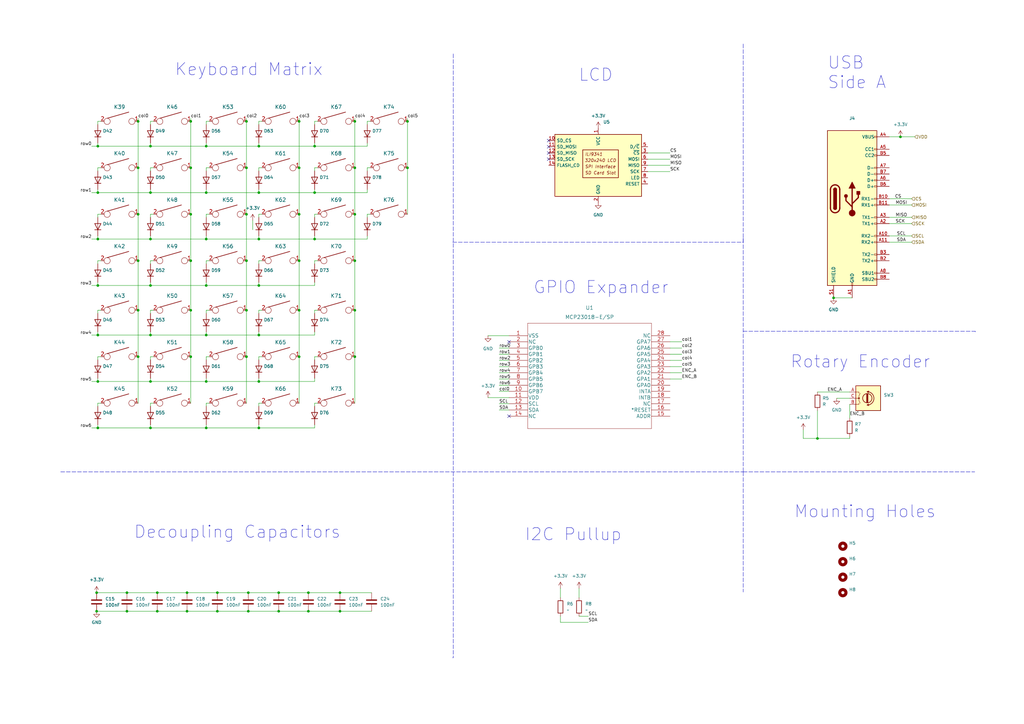
<source format=kicad_sch>
(kicad_sch (version 20211123) (generator eeschema)
  (paper "A3")
  (lib_symbols
    (symbol "Connector:USB_C_Receptacle" (pin_names (offset 1.016))
      (property "Reference" "J" (at -10.16 29.21 0))
      (property "Value" "USB_C_Receptacle" (at 10.16 29.21 0))
      (symbol "USB_C_Receptacle_0_0"
        (rectangle (start -0.254 -35.56) (end 0.254 -34.544))
        (rectangle (start 10.16 -32.766) (end 9.144 -33.274))
        (rectangle (start 10.16 -30.226) (end 9.144 -30.734))
        (rectangle (start 10.16 -25.146) (end 9.144 -25.654))
        (rectangle (start 10.16 -22.606) (end 9.144 -23.114))
        (rectangle (start 10.16 -17.526) (end 9.144 -18.034))
        (rectangle (start 10.16 -14.986) (end 9.144 -15.494))
        (rectangle (start 10.16 -9.906) (end 9.144 -10.414))
        (rectangle (start 10.16 -7.366) (end 9.144 -7.874))
        (rectangle (start 10.16 -2.286) (end 9.144 -2.794))
        (rectangle (start 10.16 0.254) (end 9.144 -0.254))
        (rectangle (start 10.16 5.334) (end 9.144 4.826))
        (rectangle (start 10.16 7.874) (end 9.144 7.366))
        (rectangle (start 10.16 10.414) (end 9.144 9.906))
        (rectangle (start 10.16 12.954) (end 9.144 12.446))
        (rectangle (start 10.16 18.034) (end 9.144 17.526))
        (rectangle (start 10.16 20.574) (end 9.144 20.066))
        (rectangle (start 10.16 25.654) (end 9.144 25.146))
      )
      (symbol "USB_C_Receptacle_0_1"
        (rectangle (start -10.16 27.94) (end 10.16 -35.56) (stroke (width 0.254)) (fill (type background)))
        (arc (start -8.89 -3.81) (mid -6.985 -5.715) (end -5.08 -3.81) (stroke (width 0.508)))
        (arc (start -7.62 -3.81) (mid -6.985 -4.445) (end -6.35 -3.81) (stroke (width 0.254)))
        (arc (start -7.62 -3.81) (mid -6.985 -4.445) (end -6.35 -3.81) (stroke (width 0.254)) (fill (type outline)))
        (rectangle (start -7.62 -3.81) (end -6.35 3.81) (stroke (width 0.254)) (fill (type outline)))
        (arc (start -6.35 3.81) (mid -6.985 4.445) (end -7.62 3.81) (stroke (width 0.254)))
        (arc (start -6.35 3.81) (mid -6.985 4.445) (end -7.62 3.81) (stroke (width 0.254)) (fill (type outline)))
        (arc (start -5.08 3.81) (mid -6.985 5.715) (end -8.89 3.81) (stroke (width 0.508)))
        (polyline (pts (xy -8.89 -3.81) (xy -8.89 3.81)) (stroke (width 0.508)))
        (polyline (pts (xy -5.08 3.81) (xy -5.08 -3.81)) (stroke (width 0.508)))
      )
      (symbol "USB_C_Receptacle_1_1"
        (circle (center -2.54 1.143) (radius 0.635) (stroke (width 0.254)) (fill (type outline)))
        (circle (center 0 -5.842) (radius 1.27) (fill (type outline)))
        (polyline (pts (xy 0 -5.842) (xy 0 4.318)) (stroke (width 0.508)))
        (polyline (pts (xy 0 -3.302) (xy -2.54 -0.762) (xy -2.54 0.508)) (stroke (width 0.508)))
        (polyline (pts (xy 0 -2.032) (xy 2.54 0.508) (xy 2.54 1.778)) (stroke (width 0.508)))
        (polyline (pts (xy -1.27 4.318) (xy 0 6.858) (xy 1.27 4.318) (xy -1.27 4.318)) (stroke (width 0.254)) (fill (type outline)))
        (rectangle (start 1.905 1.778) (end 3.175 3.048) (stroke (width 0.254)) (fill (type outline)))
        (pin passive line (at 0 -40.64 90) (length 5.08) (name "GND") (number "A1"))
        (pin bidirectional line (at 15.24 -15.24 180) (length 5.08) (name "RX2-") (number "A10"))
        (pin bidirectional line (at 15.24 -17.78 180) (length 5.08) (name "RX2+") (number "A11"))
        (pin passive line (at 0 -40.64 90) (length 5.08) hide (name "GND") (number "A12"))
        (pin bidirectional line (at 15.24 -10.16 180) (length 5.08) (name "TX1+") (number "A2"))
        (pin bidirectional line (at 15.24 -7.62 180) (length 5.08) (name "TX1-") (number "A3"))
        (pin passive line (at 15.24 25.4 180) (length 5.08) (name "VBUS") (number "A4"))
        (pin bidirectional line (at 15.24 20.32 180) (length 5.08) (name "CC1") (number "A5"))
        (pin bidirectional line (at 15.24 7.62 180) (length 5.08) (name "D+") (number "A6"))
        (pin bidirectional line (at 15.24 12.7 180) (length 5.08) (name "D-") (number "A7"))
        (pin bidirectional line (at 15.24 -30.48 180) (length 5.08) (name "SBU1") (number "A8"))
        (pin passive line (at 15.24 25.4 180) (length 5.08) hide (name "VBUS") (number "A9"))
        (pin passive line (at 0 -40.64 90) (length 5.08) hide (name "GND") (number "B1"))
        (pin bidirectional line (at 15.24 0 180) (length 5.08) (name "RX1-") (number "B10"))
        (pin bidirectional line (at 15.24 -2.54 180) (length 5.08) (name "RX1+") (number "B11"))
        (pin passive line (at 0 -40.64 90) (length 5.08) hide (name "GND") (number "B12"))
        (pin bidirectional line (at 15.24 -25.4 180) (length 5.08) (name "TX2+") (number "B2"))
        (pin bidirectional line (at 15.24 -22.86 180) (length 5.08) (name "TX2-") (number "B3"))
        (pin passive line (at 15.24 25.4 180) (length 5.08) hide (name "VBUS") (number "B4"))
        (pin bidirectional line (at 15.24 17.78 180) (length 5.08) (name "CC2") (number "B5"))
        (pin bidirectional line (at 15.24 5.08 180) (length 5.08) (name "D+") (number "B6"))
        (pin bidirectional line (at 15.24 10.16 180) (length 5.08) (name "D-") (number "B7"))
        (pin bidirectional line (at 15.24 -33.02 180) (length 5.08) (name "SBU2") (number "B8"))
        (pin passive line (at 15.24 25.4 180) (length 5.08) hide (name "VBUS") (number "B9"))
        (pin passive line (at -7.62 -40.64 90) (length 5.08) (name "SHIELD") (number "S1"))
      )
    )
    (symbol "Device:C" (pin_numbers hide) (pin_names (offset 0.254))
      (property "Reference" "C" (at 0.635 2.54 0))
      (property "Value" "C" (at 0.635 -2.54 0))
      (symbol "C_0_1"
        (polyline (pts (xy -2.032 -0.762) (xy 2.032 -0.762)) (stroke (width 0.508)))
        (polyline (pts (xy -2.032 0.762) (xy 2.032 0.762)) (stroke (width 0.508)))
      )
      (symbol "C_1_1"
        (pin passive line (at 0 3.81 270) (length 2.794) (name "~") (number "1"))
        (pin passive line (at 0 -3.81 90) (length 2.794) (name "~") (number "2"))
      )
    )
    (symbol "Device:R" (pin_numbers hide) (pin_names (offset 0))
      (property "Reference" "R" (at 2.032 0 90))
      (property "Value" "R" (at 0 0 90))
      (symbol "R_0_1"
        (rectangle (start -1.016 -2.54) (end 1.016 2.54) (stroke (width 0.254)))
      )
      (symbol "R_1_1"
        (pin passive line (at 0 3.81 270) (length 1.27) (name "~") (number "1"))
        (pin passive line (at 0 -3.81 90) (length 1.27) (name "~") (number "2"))
      )
    )
    (symbol "Device:RotaryEncoder" (pin_names (offset 0.254) hide)
      (property "Reference" "SW" (at 0 6.604 0))
      (property "Value" "RotaryEncoder" (at 0 -6.604 0))
      (symbol "RotaryEncoder_0_1"
        (rectangle (start -5.08 5.08) (end 5.08 -5.08) (stroke (width 0.254)) (fill (type background)))
        (circle (center -3.81 0) (radius 0.254) (fill (type outline)))
        (arc (start -0.381 -2.794) (mid 2.3622 -0.0508) (end -0.381 2.667) (stroke (width 0.254)))
        (circle (center -0.381 0) (radius 1.905) (stroke (width 0.254)))
        (polyline (pts (xy -0.635 -1.778) (xy -0.635 1.778)) (stroke (width 0.254)))
        (polyline (pts (xy -0.381 -1.778) (xy -0.381 1.778)) (stroke (width 0.254)))
        (polyline (pts (xy -0.127 1.778) (xy -0.127 -1.778)) (stroke (width 0.254)))
        (polyline (pts (xy -5.08 -2.54) (xy -3.81 -2.54) (xy -3.81 -2.032)))
        (polyline (pts (xy -5.08 2.54) (xy -3.81 2.54) (xy -3.81 2.032)))
        (polyline (pts (xy 0.254 -3.048) (xy -0.508 -2.794) (xy 0.127 -2.413)) (stroke (width 0.254)))
        (polyline (pts (xy 0.254 2.921) (xy -0.508 2.667) (xy 0.127 2.286)) (stroke (width 0.254)))
        (polyline (pts (xy -5.08 0) (xy -3.81 0) (xy -3.81 -1.016) (xy -3.302 -2.032)))
        (polyline (pts (xy -4.318 0) (xy -3.81 0) (xy -3.81 1.016) (xy -3.302 2.032)))
      )
      (symbol "RotaryEncoder_1_1"
        (pin passive line (at -7.62 2.54 0) (length 2.54) (name "A") (number "A"))
        (pin passive line (at -7.62 -2.54 0) (length 2.54) (name "B") (number "B"))
        (pin passive line (at -7.62 0 0) (length 2.54) (name "C") (number "C"))
      )
    )
    (symbol "Driver_Display:CR2013-MI2120" (pin_names (offset 0.762))
      (property "Reference" "U" (at -17.526 13.97 0))
      (property "Value" "CR2013-MI2120" (at 1.905 13.97 0))
      (symbol "CR2013-MI2120_0_0"
        (text "320x240 LCD" (at 0.889 2.032 0) (effects (font (size 1.27 1.27) italic)))
        (text "ILI9341" (at -5.461 4.572 0) (effects (font (size 1.27 1.27) italic) (justify left)))
        (text "SD Card Slot" (at -5.461 -3.048 0) (effects (font (size 1.27 1.27) italic) (justify left)))
        (text "SPI Interface" (at -5.461 -0.508 0) (effects (font (size 1.27 1.27) italic) (justify left)))
      )
      (symbol "CR2013-MI2120_0_1"
        (rectangle (start -17.78 12.7) (end 17.78 -12.7) (stroke (width 0.254)) (fill (type background)))
        (rectangle (start -6.35 6.35) (end 8.255 -5.08) (stroke (width 0.254)))
      )
      (symbol "CR2013-MI2120_1_1"
        (pin power_in line (at 0 15.24 270) (length 2.54) (name "VCC") (number "1"))
        (pin input line (at -20.32 10.16 0) (length 2.54) (name "SD_CS") (number "10"))
        (pin input line (at -20.32 7.62 0) (length 2.54) (name "SD_MOSI") (number "11"))
        (pin output line (at -20.32 5.08 0) (length 2.54) (name "SD_MISO") (number "12"))
        (pin input line (at -20.32 2.54 0) (length 2.54) (name "SD_SCK") (number "13"))
        (pin input line (at -20.32 0 0) (length 2.54) (name "FLASH_CD") (number "14"))
        (pin power_in line (at 0 -15.24 90) (length 2.54) (name "GND") (number "2"))
        (pin input line (at 20.32 5.08 180) (length 2.54) (name "~{CS}") (number "3"))
        (pin input line (at 20.32 -7.62 180) (length 2.54) (name "RESET") (number "4"))
        (pin input line (at 20.32 7.62 180) (length 2.54) (name "D/~{C}") (number "5"))
        (pin input line (at 20.32 2.54 180) (length 2.54) (name "MOSI") (number "6"))
        (pin input line (at 20.32 -2.54 180) (length 2.54) (name "SCK") (number "7"))
        (pin input line (at 20.32 -5.08 180) (length 2.54) (name "LED") (number "8"))
        (pin output line (at 20.32 0 180) (length 2.54) (name "MISO") (number "9"))
      )
    )
    (symbol "Interface_Expansion:MCP23018-E{brace}slash}SP" (pin_names (offset 0.254))
      (property "Reference" "U" (at 33.02 10.16 0))
      (property "Value" "MCP23018-E{brace}slash}SP" (at 33.02 7.62 0))
      (symbol "MCP23018-E{brace}slash}SP_1_1"
        (polyline (pts (xy 7.62 -38.1) (xy 58.42 -38.1)) (stroke (width 0.127)))
        (polyline (pts (xy 7.62 5.08) (xy 7.62 -38.1)) (stroke (width 0.127)))
        (polyline (pts (xy 58.42 -38.1) (xy 58.42 5.08)) (stroke (width 0.127)))
        (polyline (pts (xy 58.42 5.08) (xy 7.62 5.08)) (stroke (width 0.127)))
        (pin unspecified line (at 0 0 0) (length 7.62) (name "VSS") (number "1"))
        (pin unspecified line (at 0 -22.86 0) (length 7.62) (name "GPB7") (number "10"))
        (pin unspecified line (at 0 -25.4 0) (length 7.62) (name "VDD") (number "11"))
        (pin unspecified line (at 0 -27.94 0) (length 7.62) (name "SCL") (number "12"))
        (pin unspecified line (at 0 -30.48 0) (length 7.62) (name "SDA") (number "13"))
        (pin unspecified line (at 0 -33.02 0) (length 7.62) (name "NC") (number "14"))
        (pin unspecified line (at 66.04 -33.02 180) (length 7.62) (name "ADDR") (number "15"))
        (pin unspecified line (at 66.04 -30.48 180) (length 7.62) (name "*RESET") (number "16"))
        (pin unspecified line (at 66.04 -27.94 180) (length 7.62) (name "NC") (number "17"))
        (pin unspecified line (at 66.04 -25.4 180) (length 7.62) (name "INTB") (number "18"))
        (pin unspecified line (at 66.04 -22.86 180) (length 7.62) (name "INTA") (number "19"))
        (pin unspecified line (at 0 -2.54 0) (length 7.62) (name "NC") (number "2"))
        (pin unspecified line (at 66.04 -20.32 180) (length 7.62) (name "GPA0") (number "20"))
        (pin unspecified line (at 66.04 -17.78 180) (length 7.62) (name "GPA1") (number "21"))
        (pin unspecified line (at 66.04 -15.24 180) (length 7.62) (name "GPA2") (number "22"))
        (pin unspecified line (at 66.04 -12.7 180) (length 7.62) (name "GPA3") (number "23"))
        (pin unspecified line (at 66.04 -10.16 180) (length 7.62) (name "GPA4") (number "24"))
        (pin unspecified line (at 66.04 -7.62 180) (length 7.62) (name "GPA5") (number "25"))
        (pin unspecified line (at 66.04 -5.08 180) (length 7.62) (name "GPA6") (number "26"))
        (pin unspecified line (at 66.04 -2.54 180) (length 7.62) (name "GPA7") (number "27"))
        (pin unspecified line (at 66.04 0 180) (length 7.62) (name "NC") (number "28"))
        (pin unspecified line (at 0 -5.08 0) (length 7.62) (name "GPB0") (number "3"))
        (pin unspecified line (at 0 -7.62 0) (length 7.62) (name "GPB1") (number "4"))
        (pin unspecified line (at 0 -10.16 0) (length 7.62) (name "GPB2") (number "5"))
        (pin unspecified line (at 0 -12.7 0) (length 7.62) (name "GPB3") (number "6"))
        (pin unspecified line (at 0 -15.24 0) (length 7.62) (name "GPB4") (number "7"))
        (pin unspecified line (at 0 -17.78 0) (length 7.62) (name "GPB5") (number "8"))
        (pin unspecified line (at 0 -20.32 0) (length 7.62) (name "GPB6") (number "9"))
      )
    )
    (symbol "KBT1-rescue:D-Device" (pin_numbers hide) (pin_names (offset 1.016) hide)
      (property "Reference" "D" (at 0 2.54 0))
      (property "Value" "D-Device" (at 0 -2.54 0))
      (symbol "D-Device_0_1"
        (polyline (pts (xy -1.27 1.27) (xy -1.27 -1.27)) (stroke (width 0.254)))
        (polyline (pts (xy 1.27 0) (xy -1.27 0)))
        (polyline (pts (xy 1.27 1.27) (xy 1.27 -1.27) (xy -1.27 0) (xy 1.27 1.27)) (stroke (width 0.254)))
      )
      (symbol "D-Device_1_1"
        (pin passive line (at -3.81 0 0) (length 2.54) (name "K") (number "1"))
        (pin passive line (at 3.81 0 180) (length 2.54) (name "A") (number "2"))
      )
    )
    (symbol "KBT1-rescue:KEYSW-keyboard_parts" (pin_names (offset 1.016))
      (property "Reference" "K?" (at -1.27 0 0))
      (symbol "KEYSW-keyboard_parts_0_1"
        (circle (center -5.08 0) (radius 1.27))
        (polyline (pts (xy -5.08 1.27) (xy 3.81 3.81)) (stroke (width 0.254)))
        (circle (center 5.08 0) (radius 1.27))
      )
      (symbol "KEYSW-keyboard_parts_1_1"
        (pin passive line (at 7.62 0 180) (length 1.27) (name "~") (number "1"))
        (pin passive line (at -7.62 0 0) (length 1.27) (name "~") (number "2"))
      )
    )
    (symbol "Mechanical:MountingHole" (pin_names (offset 1.016))
      (property "Reference" "H" (at 0 5.08 0))
      (property "Value" "MountingHole" (at 0 3.175 0))
      (symbol "MountingHole_0_1"
        (circle (center 0 0) (radius 1.27) (stroke (width 1.27)))
      )
    )
    (symbol "power:+3.3V" (power) (pin_names (offset 0))
      (property "Value" "+3.3V" (at 0 3.556 0))
      (symbol "+3.3V_0_1"
        (polyline (pts (xy -0.762 1.27) (xy 0 2.54)))
        (polyline (pts (xy 0 0) (xy 0 2.54)))
        (polyline (pts (xy 0 2.54) (xy 0.762 1.27)))
      )
      (symbol "+3.3V_1_1"
        (pin power_in line (at 0 0 90) (length 0) hide (name "+3.3V") (number "1"))
      )
    )
    (symbol "power:GND" (power) (pin_names (offset 0))
      (property "Value" "GND" (at 0 -3.81 0))
      (symbol "GND_0_1"
        (polyline (pts (xy 0 0) (xy 0 -1.27) (xy 1.27 -1.27) (xy 0 -2.54) (xy -1.27 -1.27) (xy 0 -1.27)))
      )
      (symbol "GND_1_1"
        (pin power_in line (at 0 0 270) (length 0) hide (name "GND") (number "1"))
      )
    )
  )
  (junction (at 52.07 243.078))
  (junction (at 101.092 68.834))
  (junction (at 106.172 78.994))
  (junction (at 126.492 250.698))
  (junction (at 61.722 156.464))
  (junction (at 40.132 175.514))
  (junction (at 78.232 106.934))
  (junction (at 145.542 146.304))
  (junction (at 122.682 106.934))
  (junction (at 101.092 146.304))
  (junction (at 84.582 98.044))
  (junction (at 101.092 127.254))
  (junction (at 114.3 250.698))
  (junction (at 61.722 78.994))
  (junction (at 40.132 59.944))
  (junction (at 129.032 78.994))
  (junction (at 61.722 117.094))
  (junction (at 61.722 175.514))
  (junction (at 84.582 137.414))
  (junction (at 84.582 156.464))
  (junction (at 76.708 243.078))
  (junction (at 126.492 243.078))
  (junction (at 78.232 127.254))
  (junction (at 101.854 243.078))
  (junction (at 56.642 68.834))
  (junction (at 39.624 250.698))
  (junction (at 114.3 243.078))
  (junction (at 139.446 243.078))
  (junction (at 56.642 49.784))
  (junction (at 341.884 122.174))
  (junction (at 106.172 117.094))
  (junction (at 129.032 59.944))
  (junction (at 122.682 49.784))
  (junction (at 56.642 87.884))
  (junction (at 101.092 106.934))
  (junction (at 122.682 68.834))
  (junction (at 84.582 59.944))
  (junction (at 101.092 49.784))
  (junction (at 145.542 49.784))
  (junction (at 78.232 68.834))
  (junction (at 84.582 117.094))
  (junction (at 369.316 56.134))
  (junction (at 106.172 59.944))
  (junction (at 84.582 78.994))
  (junction (at 106.172 98.044))
  (junction (at 56.642 106.934))
  (junction (at 64.516 250.698))
  (junction (at 76.708 250.698))
  (junction (at 145.542 87.884))
  (junction (at 139.446 250.698))
  (junction (at 40.132 117.094))
  (junction (at 40.132 137.414))
  (junction (at 335.28 179.832))
  (junction (at 106.172 156.464))
  (junction (at 167.132 49.784))
  (junction (at 145.542 68.834))
  (junction (at 145.542 127.254))
  (junction (at 61.722 59.944))
  (junction (at 40.132 156.464))
  (junction (at 106.172 137.414))
  (junction (at 167.132 68.834))
  (junction (at 106.172 175.514))
  (junction (at 61.722 98.044))
  (junction (at 122.682 127.254))
  (junction (at 78.232 87.884))
  (junction (at 101.854 250.698))
  (junction (at 89.154 250.698))
  (junction (at 129.032 98.044))
  (junction (at 78.232 49.784))
  (junction (at 61.722 137.414))
  (junction (at 122.682 146.304))
  (junction (at 101.092 87.884))
  (junction (at 145.542 106.934))
  (junction (at 84.582 175.514))
  (junction (at 78.232 146.304))
  (junction (at 64.516 243.078))
  (junction (at 40.132 98.044))
  (junction (at 40.132 78.994))
  (junction (at 39.624 243.078))
  (junction (at 56.642 127.254))
  (junction (at 56.642 146.304))
  (junction (at 52.07 250.698))
  (junction (at 89.154 243.078))
  (junction (at 122.682 87.884))
  (no_connect (at 225.044 62.738))
  (no_connect (at 225.044 65.278))
  (no_connect (at 225.044 57.658))
  (no_connect (at 225.044 60.198))
  (no_connect (at 208.788 140.208))
  (no_connect (at 208.788 170.688))
  (wire (pts (xy 41.402 49.784) (xy 40.132 49.784)))
  (wire (pts (xy 106.172 106.934) (xy 106.172 108.204)))
  (wire (pts (xy 61.722 117.094) (xy 84.582 117.094)))
  (wire (pts (xy 129.032 146.304) (xy 129.032 147.574)))
  (wire (pts (xy 40.132 156.464) (xy 37.592 156.464)))
  (wire (pts (xy 145.542 106.934) (xy 145.542 127.254)))
  (polyline (pts (xy 185.674 99.314) (xy 304.8 99.314)))
  (wire (pts (xy 61.722 96.774) (xy 61.722 98.044)))
  (wire (pts (xy 237.49 252.73) (xy 241.3 252.73)))
  (wire (pts (xy 335.28 179.832) (xy 329.438 179.832)))
  (wire (pts (xy 129.032 49.784) (xy 129.032 51.054)))
  (wire (pts (xy 204.724 168.148) (xy 208.788 168.148)))
  (wire (pts (xy 40.132 106.934) (xy 40.132 108.204)))
  (wire (pts (xy 40.132 77.724) (xy 40.132 78.994)))
  (wire (pts (xy 85.852 127.254) (xy 84.582 127.254)))
  (wire (pts (xy 85.852 87.884) (xy 84.582 87.884)))
  (wire (pts (xy 40.132 137.414) (xy 61.722 137.414)))
  (wire (pts (xy 61.722 49.784) (xy 61.722 51.054)))
  (wire (pts (xy 56.642 127.254) (xy 56.642 146.304)))
  (wire (pts (xy 106.172 68.834) (xy 106.172 70.104)))
  (polyline (pts (xy 24.892 193.548) (xy 304.8 193.548)))
  (wire (pts (xy 101.854 250.698) (xy 114.3 250.698)))
  (wire (pts (xy 56.642 68.834) (xy 56.642 87.884)))
  (wire (pts (xy 348.488 179.832) (xy 348.488 179.07)))
  (wire (pts (xy 106.172 137.414) (xy 129.032 137.414)))
  (polyline (pts (xy 185.928 22.098) (xy 185.928 269.748)))
  (wire (pts (xy 84.582 59.944) (xy 106.172 59.944)))
  (wire (pts (xy 130.302 165.354) (xy 129.032 165.354)))
  (wire (pts (xy 106.172 174.244) (xy 106.172 175.514)))
  (wire (pts (xy 39.624 243.078) (xy 52.07 243.078)))
  (wire (pts (xy 114.3 243.078) (xy 126.492 243.078)))
  (wire (pts (xy 106.172 117.094) (xy 129.032 117.094)))
  (wire (pts (xy 40.132 115.824) (xy 40.132 117.094)))
  (wire (pts (xy 122.682 146.304) (xy 122.682 165.354)))
  (wire (pts (xy 78.232 48.514) (xy 78.232 49.784)))
  (wire (pts (xy 348.488 171.45) (xy 348.488 165.862)))
  (wire (pts (xy 151.892 49.784) (xy 150.622 49.784)))
  (polyline (pts (xy 304.8 99.314) (xy 304.8 97.536)))
  (wire (pts (xy 101.092 146.304) (xy 101.092 165.354)))
  (wire (pts (xy 84.582 58.674) (xy 84.582 59.944)))
  (wire (pts (xy 204.724 160.528) (xy 208.788 160.528)))
  (wire (pts (xy 40.132 165.354) (xy 40.132 166.624)))
  (wire (pts (xy 40.132 175.514) (xy 61.722 175.514)))
  (wire (pts (xy 78.232 146.304) (xy 78.232 165.354)))
  (wire (pts (xy 130.302 87.884) (xy 129.032 87.884)))
  (wire (pts (xy 348.488 179.832) (xy 335.28 179.832)))
  (wire (pts (xy 84.582 175.514) (xy 106.172 175.514)))
  (wire (pts (xy 61.722 59.944) (xy 84.582 59.944)))
  (wire (pts (xy 106.172 127.254) (xy 106.172 128.524)))
  (wire (pts (xy 130.302 49.784) (xy 129.032 49.784)))
  (wire (pts (xy 106.172 78.994) (xy 129.032 78.994)))
  (wire (pts (xy 129.032 77.724) (xy 129.032 78.994)))
  (wire (pts (xy 274.828 67.818) (xy 265.684 67.818)))
  (wire (pts (xy 106.172 136.144) (xy 106.172 137.414)))
  (wire (pts (xy 229.87 241.3) (xy 229.87 245.11)))
  (wire (pts (xy 89.154 250.698) (xy 101.854 250.698)))
  (wire (pts (xy 139.446 243.078) (xy 152.4 243.078)))
  (wire (pts (xy 85.852 106.934) (xy 84.582 106.934)))
  (wire (pts (xy 56.642 106.934) (xy 56.642 127.254)))
  (wire (pts (xy 62.992 165.354) (xy 61.722 165.354)))
  (wire (pts (xy 40.132 136.144) (xy 40.132 137.414)))
  (wire (pts (xy 40.132 156.464) (xy 61.722 156.464)))
  (wire (pts (xy 106.172 98.044) (xy 129.032 98.044)))
  (wire (pts (xy 61.722 156.464) (xy 84.582 156.464)))
  (wire (pts (xy 61.722 174.244) (xy 61.722 175.514)))
  (wire (pts (xy 85.852 49.784) (xy 84.582 49.784)))
  (wire (pts (xy 84.582 106.934) (xy 84.582 108.204)))
  (wire (pts (xy 106.172 59.944) (xy 129.032 59.944)))
  (wire (pts (xy 101.092 87.884) (xy 101.092 106.934)))
  (wire (pts (xy 237.49 241.3) (xy 237.49 245.11)))
  (wire (pts (xy 129.032 115.824) (xy 129.032 117.094)))
  (wire (pts (xy 41.402 106.934) (xy 40.132 106.934)))
  (wire (pts (xy 129.032 127.254) (xy 129.032 128.524)))
  (wire (pts (xy 40.132 59.944) (xy 61.722 59.944)))
  (wire (pts (xy 204.724 145.288) (xy 208.788 145.288)))
  (wire (pts (xy 122.682 49.784) (xy 122.682 68.834)))
  (wire (pts (xy 130.302 68.834) (xy 129.032 68.834)))
  (wire (pts (xy 61.722 87.884) (xy 61.722 89.154)))
  (wire (pts (xy 106.172 58.674) (xy 106.172 59.944)))
  (wire (pts (xy 106.172 96.774) (xy 106.172 98.044)))
  (wire (pts (xy 107.442 127.254) (xy 106.172 127.254)))
  (wire (pts (xy 61.722 146.304) (xy 61.722 147.574)))
  (wire (pts (xy 204.724 150.368) (xy 208.788 150.368)))
  (wire (pts (xy 229.87 252.73) (xy 229.87 255.27)))
  (wire (pts (xy 61.722 106.934) (xy 61.722 108.204)))
  (wire (pts (xy 106.172 156.464) (xy 129.032 156.464)))
  (wire (pts (xy 129.032 155.194) (xy 129.032 156.464)))
  (wire (pts (xy 329.438 176.276) (xy 329.438 179.832)))
  (wire (pts (xy 101.092 127.254) (xy 101.092 146.304)))
  (wire (pts (xy 373.888 81.534) (xy 364.744 81.534)))
  (wire (pts (xy 41.402 146.304) (xy 40.132 146.304)))
  (wire (pts (xy 126.492 243.078) (xy 139.446 243.078)))
  (wire (pts (xy 130.302 106.934) (xy 129.032 106.934)))
  (wire (pts (xy 84.582 117.094) (xy 106.172 117.094)))
  (wire (pts (xy 364.744 56.134) (xy 369.316 56.134)))
  (wire (pts (xy 40.132 87.884) (xy 40.132 89.154)))
  (wire (pts (xy 61.722 115.824) (xy 61.722 117.094)))
  (wire (pts (xy 151.892 87.884) (xy 150.622 87.884)))
  (wire (pts (xy 129.032 87.884) (xy 129.032 89.154)))
  (wire (pts (xy 84.582 165.354) (xy 84.582 166.624)))
  (wire (pts (xy 274.828 70.358) (xy 265.684 70.358)))
  (wire (pts (xy 122.682 127.254) (xy 122.682 146.304)))
  (wire (pts (xy 150.622 96.774) (xy 150.622 98.044)))
  (wire (pts (xy 373.888 96.774) (xy 364.744 96.774)))
  (wire (pts (xy 39.624 250.698) (xy 52.07 250.698)))
  (polyline (pts (xy 400.05 135.89) (xy 400.05 136.144)))
  (wire (pts (xy 84.582 155.194) (xy 84.582 156.464)))
  (wire (pts (xy 274.828 62.738) (xy 265.684 62.738)))
  (wire (pts (xy 85.852 146.304) (xy 84.582 146.304)))
  (wire (pts (xy 101.092 106.934) (xy 101.092 127.254)))
  (wire (pts (xy 76.708 250.698) (xy 89.154 250.698)))
  (wire (pts (xy 101.092 68.834) (xy 101.092 87.884)))
  (wire (pts (xy 40.132 117.094) (xy 37.592 117.094)))
  (wire (pts (xy 41.402 165.354) (xy 40.132 165.354)))
  (wire (pts (xy 279.654 140.208) (xy 274.828 140.208)))
  (wire (pts (xy 335.28 168.402) (xy 335.28 179.832)))
  (wire (pts (xy 61.722 78.994) (xy 84.582 78.994)))
  (wire (pts (xy 341.884 122.174) (xy 349.504 122.174)))
  (wire (pts (xy 167.132 49.784) (xy 167.132 68.834)))
  (wire (pts (xy 62.992 106.934) (xy 61.722 106.934)))
  (wire (pts (xy 129.032 106.934) (xy 129.032 108.204)))
  (wire (pts (xy 84.582 78.994) (xy 106.172 78.994)))
  (wire (pts (xy 130.302 146.304) (xy 129.032 146.304)))
  (wire (pts (xy 78.232 87.884) (xy 78.232 106.934)))
  (wire (pts (xy 61.722 175.514) (xy 84.582 175.514)))
  (wire (pts (xy 107.442 165.354) (xy 106.172 165.354)))
  (wire (pts (xy 84.582 98.044) (xy 106.172 98.044)))
  (wire (pts (xy 78.232 127.254) (xy 78.232 146.304)))
  (polyline (pts (xy 185.674 269.748) (xy 185.928 269.748)))
  (wire (pts (xy 279.654 155.448) (xy 274.828 155.448)))
  (wire (pts (xy 84.582 146.304) (xy 84.582 147.574)))
  (wire (pts (xy 204.724 152.908) (xy 208.788 152.908)))
  (wire (pts (xy 61.722 98.044) (xy 84.582 98.044)))
  (wire (pts (xy 84.582 174.244) (xy 84.582 175.514)))
  (wire (pts (xy 40.132 174.244) (xy 40.132 175.514)))
  (wire (pts (xy 279.654 145.288) (xy 274.828 145.288)))
  (wire (pts (xy 62.992 127.254) (xy 61.722 127.254)))
  (wire (pts (xy 279.654 150.368) (xy 274.828 150.368)))
  (polyline (pts (xy 304.8 193.548) (xy 304.8 242.824)))
  (wire (pts (xy 78.232 106.934) (xy 78.232 127.254)))
  (wire (pts (xy 106.172 146.304) (xy 106.172 147.574)))
  (wire (pts (xy 114.3 250.698) (xy 126.492 250.698)))
  (wire (pts (xy 279.654 142.748) (xy 274.828 142.748)))
  (wire (pts (xy 129.032 68.834) (xy 129.032 70.104)))
  (wire (pts (xy 61.722 127.254) (xy 61.722 128.524)))
  (wire (pts (xy 373.888 89.154) (xy 364.744 89.154)))
  (wire (pts (xy 40.132 49.784) (xy 40.132 51.054)))
  (wire (pts (xy 150.622 49.784) (xy 150.622 51.054)))
  (wire (pts (xy 56.642 87.884) (xy 56.642 106.934)))
  (wire (pts (xy 40.132 137.414) (xy 37.592 137.414)))
  (wire (pts (xy 84.582 77.724) (xy 84.582 78.994)))
  (wire (pts (xy 167.132 68.834) (xy 167.132 87.884)))
  (wire (pts (xy 61.722 77.724) (xy 61.722 78.994)))
  (wire (pts (xy 145.542 48.514) (xy 145.542 49.784)))
  (wire (pts (xy 41.402 127.254) (xy 40.132 127.254)))
  (wire (pts (xy 129.032 59.944) (xy 150.622 59.944)))
  (wire (pts (xy 274.828 65.278) (xy 265.684 65.278)))
  (wire (pts (xy 150.622 68.834) (xy 150.622 70.104)))
  (wire (pts (xy 279.654 147.828) (xy 274.828 147.828)))
  (polyline (pts (xy 304.8 193.548) (xy 399.796 193.548)))
  (wire (pts (xy 106.172 155.194) (xy 106.172 156.464)))
  (wire (pts (xy 229.87 255.27) (xy 241.3 255.27)))
  (wire (pts (xy 130.302 127.254) (xy 129.032 127.254)))
  (wire (pts (xy 41.402 68.834) (xy 40.132 68.834)))
  (wire (pts (xy 56.642 49.784) (xy 56.642 68.834)))
  (wire (pts (xy 40.132 98.044) (xy 61.722 98.044)))
  (wire (pts (xy 106.172 175.514) (xy 129.032 175.514)))
  (wire (pts (xy 40.132 59.944) (xy 37.592 59.944)))
  (wire (pts (xy 129.032 174.244) (xy 129.032 175.514)))
  (wire (pts (xy 61.722 136.144) (xy 61.722 137.414)))
  (wire (pts (xy 373.888 99.314) (xy 364.744 99.314)))
  (wire (pts (xy 62.992 68.834) (xy 61.722 68.834)))
  (wire (pts (xy 40.132 78.994) (xy 37.592 78.994)))
  (wire (pts (xy 200.152 163.068) (xy 208.788 163.068)))
  (wire (pts (xy 204.724 142.748) (xy 208.788 142.748)))
  (wire (pts (xy 200.152 137.668) (xy 208.788 137.668)))
  (wire (pts (xy 40.132 96.774) (xy 40.132 98.044)))
  (wire (pts (xy 84.582 96.774) (xy 84.582 98.044)))
  (wire (pts (xy 107.442 146.304) (xy 106.172 146.304)))
  (wire (pts (xy 40.132 155.194) (xy 40.132 156.464)))
  (wire (pts (xy 84.582 127.254) (xy 84.582 128.524)))
  (wire (pts (xy 343.154 163.322) (xy 348.488 163.322)))
  (wire (pts (xy 62.992 146.304) (xy 61.722 146.304)))
  (wire (pts (xy 52.07 250.698) (xy 64.516 250.698)))
  (wire (pts (xy 150.622 77.724) (xy 150.622 78.994)))
  (wire (pts (xy 145.542 68.834) (xy 145.542 87.884)))
  (wire (pts (xy 40.132 98.044) (xy 37.592 98.044)))
  (wire (pts (xy 204.724 147.828) (xy 208.788 147.828)))
  (wire (pts (xy 279.654 152.908) (xy 274.828 152.908)))
  (wire (pts (xy 145.542 49.784) (xy 145.542 68.834)))
  (wire (pts (xy 61.722 165.354) (xy 61.722 166.624)))
  (wire (pts (xy 129.032 136.144) (xy 129.032 137.414)))
  (wire (pts (xy 167.132 48.514) (xy 167.132 49.784)))
  (wire (pts (xy 101.092 49.784) (xy 101.092 68.834)))
  (wire (pts (xy 103.632 90.424) (xy 103.632 94.234)))
  (wire (pts (xy 107.442 87.884) (xy 106.172 87.884)))
  (wire (pts (xy 122.682 68.834) (xy 122.682 87.884)))
  (wire (pts (xy 129.032 96.774) (xy 129.032 98.044)))
  (wire (pts (xy 373.888 91.694) (xy 364.744 91.694)))
  (wire (pts (xy 129.032 165.354) (xy 129.032 166.624)))
  (polyline (pts (xy 304.8 135.89) (xy 400.05 135.89)))
  (wire (pts (xy 52.07 243.078) (xy 64.516 243.078)))
  (wire (pts (xy 204.724 165.608) (xy 208.788 165.608)))
  (wire (pts (xy 85.852 68.834) (xy 84.582 68.834)))
  (wire (pts (xy 61.722 137.414) (xy 84.582 137.414)))
  (wire (pts (xy 139.446 250.698) (xy 152.4 250.698)))
  (wire (pts (xy 62.992 49.784) (xy 61.722 49.784)))
  (wire (pts (xy 106.172 77.724) (xy 106.172 78.994)))
  (wire (pts (xy 129.032 98.044) (xy 150.622 98.044)))
  (wire (pts (xy 84.582 87.884) (xy 84.582 89.154)))
  (wire (pts (xy 150.622 58.674) (xy 150.622 59.944)))
  (wire (pts (xy 129.032 58.674) (xy 129.032 59.944)))
  (wire (pts (xy 76.708 243.078) (xy 89.154 243.078)))
  (wire (pts (xy 107.442 49.784) (xy 106.172 49.784)))
  (wire (pts (xy 107.442 68.834) (xy 106.172 68.834)))
  (wire (pts (xy 335.28 160.782) (xy 348.488 160.782)))
  (wire (pts (xy 84.582 115.824) (xy 84.582 117.094)))
  (wire (pts (xy 145.542 146.304) (xy 145.542 165.354)))
  (wire (pts (xy 204.724 157.988) (xy 208.788 157.988)))
  (wire (pts (xy 84.582 136.144) (xy 84.582 137.414)))
  (wire (pts (xy 64.516 250.698) (xy 76.708 250.698)))
  (wire (pts (xy 369.316 56.134) (xy 375.158 56.134)))
  (wire (pts (xy 56.642 146.304) (xy 56.642 165.354)))
  (wire (pts (xy 373.888 84.074) (xy 364.744 84.074)))
  (wire (pts (xy 84.582 68.834) (xy 84.582 70.104)))
  (wire (pts (xy 40.132 58.674) (xy 40.132 59.944)))
  (wire (pts (xy 101.854 243.078) (xy 114.3 243.078)))
  (wire (pts (xy 40.132 117.094) (xy 61.722 117.094)))
  (wire (pts (xy 40.132 175.514) (xy 37.592 175.514)))
  (wire (pts (xy 40.132 68.834) (xy 40.132 70.104)))
  (wire (pts (xy 84.582 137.414) (xy 106.172 137.414)))
  (wire (pts (xy 78.232 68.834) (xy 78.232 87.884)))
  (polyline (pts (xy 304.8 18.034) (xy 304.8 193.548)))
  (wire (pts (xy 56.642 48.514) (xy 56.642 49.784)))
  (wire (pts (xy 101.092 48.514) (xy 101.092 49.784)))
  (wire (pts (xy 40.132 146.304) (xy 40.132 147.574)))
  (wire (pts (xy 106.172 87.884) (xy 106.172 89.154)))
  (wire (pts (xy 122.682 48.514) (xy 122.682 49.784)))
  (wire (pts (xy 84.582 49.784) (xy 84.582 51.054)))
  (wire (pts (xy 129.032 78.994) (xy 150.622 78.994)))
  (wire (pts (xy 106.172 165.354) (xy 106.172 166.624)))
  (wire (pts (xy 62.992 87.884) (xy 61.722 87.884)))
  (wire (pts (xy 122.682 87.884) (xy 122.682 106.934)))
  (wire (pts (xy 84.582 156.464) (xy 106.172 156.464)))
  (wire (pts (xy 106.172 115.824) (xy 106.172 117.094)))
  (wire (pts (xy 61.722 68.834) (xy 61.722 70.104)))
  (wire (pts (xy 78.232 49.784) (xy 78.232 68.834)))
  (wire (pts (xy 145.542 87.884) (xy 145.542 106.934)))
  (wire (pts (xy 122.682 106.934) (xy 122.682 127.254)))
  (wire (pts (xy 40.132 78.994) (xy 61.722 78.994)))
  (wire (pts (xy 40.132 127.254) (xy 40.132 128.524)))
  (wire (pts (xy 151.892 68.834) (xy 150.622 68.834)))
  (wire (pts (xy 107.442 106.934) (xy 106.172 106.934)))
  (wire (pts (xy 145.542 127.254) (xy 145.542 146.304)))
  (wire (pts (xy 89.154 243.078) (xy 101.854 243.078)))
  (wire (pts (xy 64.516 243.078) (xy 76.708 243.078)))
  (wire (pts (xy 204.724 155.448) (xy 208.788 155.448)))
  (wire (pts (xy 126.492 250.698) (xy 139.446 250.698)))
  (wire (pts (xy 41.402 87.884) (xy 40.132 87.884)))
  (wire (pts (xy 61.722 58.674) (xy 61.722 59.944)))
  (wire (pts (xy 150.622 87.884) (xy 150.622 89.154)))
  (wire (pts (xy 106.172 49.784) (xy 106.172 51.054)))
  (wire (pts (xy 61.722 155.194) (xy 61.722 156.464)))
  (wire (pts (xy 85.852 165.354) (xy 84.582 165.354)))
  (text "GPIO Expander" (at 218.694 120.904 0) (effects (font (size 5 5)) (justify left bottom)))
  (text "Mounting Holes" (at 325.628 212.852 0) (effects (font (size 5 5)) (justify left bottom)))
  (text "Keyboard Matrix" (at 71.628 31.496 0) (effects (font (size 5 5)) (justify left bottom)))
  (text "I2C Pullup" (at 215.138 222.25 0) (effects (font (size 5 5)) (justify left bottom)))
  (text "USB\nSide A" (at 339.344 36.83 0) (effects (font (size 5 5)) (justify left bottom)))
  (text "LCD" (at 237.236 33.782 0) (effects (font (size 5 5)) (justify left bottom)))
  (text "Decoupling Capacitors" (at 54.864 221.234 0) (effects (font (size 5 5)) (justify left bottom)))
  (text "Rotary Encoder" (at 324.104 151.384 0) (effects (font (size 5 5)) (justify left bottom)))
  (label "ENC_B" (at 279.654 155.448 0))
  (label "col4" (at 279.654 147.828 0))
  (label "row3" (at 204.724 150.368 0))
  (label "MOSI" (at 274.828 65.278 0))
  (label "col4" (at 145.542 48.514 0))
  (label "col3" (at 279.654 145.288 0))
  (label "row0" (at 204.724 142.748 0))
  (label "row6" (at 37.592 175.514 180))
  (label "row4" (at 37.592 137.414 180))
  (label "col0" (at 204.724 160.528 0))
  (label "col5" (at 167.132 48.514 0))
  (label "row5" (at 204.724 155.448 0))
  (label "row3" (at 37.592 117.094 180))
  (label "row0" (at 37.592 59.944 180))
  (label "row6" (at 204.724 157.988 0))
  (label "CS" (at 367.03 81.534 0))
  (label "col0" (at 56.642 48.514 0))
  (label "SDA" (at 241.3 255.27 0))
  (label "SCL" (at 204.724 165.608 0))
  (label "row2" (at 204.724 147.828 0))
  (label "ENC_A" (at 279.654 152.908 0))
  (label "SCK" (at 274.828 70.358 0))
  (label "col5" (at 279.654 150.368 0))
  (label "row5" (at 37.592 156.464 180))
  (label "ENC_B" (at 348.488 170.688 0))
  (label "row4" (at 204.724 152.908 0))
  (label "MOSI" (at 367.284 84.074 0))
  (label "SDA" (at 204.724 168.148 0))
  (label "row1" (at 204.724 145.288 0))
  (label "MISO" (at 367.284 89.154 0))
  (label "col1" (at 78.232 48.514 0))
  (label "SCK" (at 367.284 91.694 0))
  (label "ENC_A" (at 339.344 160.782 0))
  (label "col3" (at 122.682 48.514 0))
  (label "row1" (at 37.592 78.994 180))
  (label "SCL" (at 241.3 252.73 0))
  (label "row2" (at 37.592 98.044 180))
  (label "col2" (at 101.092 48.514 0))
  (label "CS" (at 274.828 62.738 0))
  (label "col2" (at 279.654 142.748 0))
  (label "SCL" (at 367.792 96.774 0))
  (label "SDA" (at 367.792 99.314 0))
  (label "col1" (at 279.654 140.208 0))
  (label "MISO" (at 274.828 67.818 0))
  (hierarchical_label "MOSI" (shape input) (at 373.888 84.074 0))
  (hierarchical_label "MISO" (shape input) (at 373.888 89.154 0))
  (hierarchical_label "VDD" (shape input) (at 375.158 56.134 0))
  (hierarchical_label "CS" (shape input) (at 373.888 81.534 0))
  (hierarchical_label "SCK" (shape input) (at 373.888 91.694 0))
  (hierarchical_label "SDA" (shape input) (at 373.888 99.314 0))
  (hierarchical_label "SCL" (shape input) (at 373.888 96.774 0))
  (symbol (lib_id "Mechanical:MountingHole") (at 345.694 224.028 0) (unit 1)
    (property "Reference" "H5" (at 348.234 222.7579 0) (effects (justify left)))
  )
  (symbol (lib_id "KBT1-rescue:D-Device") (at 84.582 54.864 90) (unit 1)
    (property "Reference" "D56" (at 86.614 53.6956 90) (effects (justify right)))
  )
  (symbol (lib_id "KBT1-rescue:KEYSW-keyboard_parts") (at 70.612 87.884 0) (unit 1)
    (property "Reference" "K48" (at 70.612 81.9658 0) (effects (font (size 1.524 1.524))))
  )
  (symbol (lib_id "Connector:USB_C_Receptacle") (at 349.504 81.534 0) (unit 1)
    (property "Reference" "J4" (at 349.504 48.514 0))
    (property "Datasheet" "https://www.usb.org/sites/default/files/documents/usb_type-c.zip" (effects hide))
  )
  (symbol (lib_id "KBT1-rescue:KEYSW-keyboard_parts") (at 49.022 106.934 0) (unit 1)
    (property "Reference" "K42" (at 49.022 101.0158 0) (effects (font (size 1.524 1.524))))
  )
  (symbol (lib_id "KBT1-rescue:D-Device") (at 106.172 73.914 90) (unit 1)
    (property "Reference" "D64" (at 108.204 72.7456 90) (effects (justify right)))
  )
  (symbol (lib_id "power:+3.3V") (at 200.152 163.068 0) (unit 1)
    (property "Reference" "#PWR024" (effects hide))
    (property "Value" "+3.3V" (at 200.152 158.242 0))
  )
  (symbol (lib_id "KBT1-rescue:D-Device") (at 106.172 92.964 90) (unit 1)
    (property "Reference" "D65" (at 108.204 91.7956 90) (effects (justify right)))
  )
  (symbol (lib_id "KBT1-rescue:KEYSW-keyboard_parts") (at 49.022 49.784 0) (unit 1)
    (property "Reference" "K39" (at 49.022 43.8658 0) (effects (font (size 1.524 1.524))))
  )
  (symbol (lib_id "KBT1-rescue:D-Device") (at 40.132 92.964 90) (unit 1)
    (property "Reference" "D44" (at 42.164 91.7956 90) (effects (justify right)))
  )
  (symbol (lib_id "KBT1-rescue:D-Device") (at 84.582 92.964 90) (unit 1)
    (property "Reference" "D58" (at 86.614 91.7956 90) (effects (justify right)))
  )
  (symbol (lib_id "Device:C") (at 139.446 246.888 0) (unit 1)
    (property "Reference" "C23" (at 143.002 245.6179 0) (effects (justify left)))
    (property "Value" "100nF" (at 143.002 248.1579 0) (effects (justify left)))
  )
  (symbol (lib_id "KBT1-rescue:D-Device") (at 40.132 151.384 90) (unit 1)
    (property "Reference" "D47" (at 42.164 150.2156 90) (effects (justify right)))
  )
  (symbol (lib_id "Device:RotaryEncoder") (at 356.108 163.322 0) (unit 1)
    (property "Reference" "SW3" (at 362.458 162.0519 0) (effects (justify left)))
  )
  (symbol (lib_id "KBT1-rescue:KEYSW-keyboard_parts") (at 49.022 87.884 0) (unit 1)
    (property "Reference" "K41" (at 49.022 81.9658 0) (effects (font (size 1.524 1.524))))
  )
  (symbol (lib_id "power:+3.3V") (at 229.87 241.3 0) (unit 1)
    (property "Reference" "#PWR026" (effects hide))
    (property "Value" "+3.3V" (at 229.87 236.22 0))
  )
  (symbol (lib_id "KBT1-rescue:KEYSW-keyboard_parts") (at 137.922 146.304 0) (unit 1)
    (property "Reference" "K72" (at 137.922 140.3858 0) (effects (font (size 1.524 1.524))))
  )
  (symbol (lib_id "KBT1-rescue:D-Device") (at 40.132 112.014 90) (unit 1)
    (property "Reference" "D45" (at 42.164 110.8456 90) (effects (justify right)))
  )
  (symbol (lib_id "KBT1-rescue:D-Device") (at 61.722 54.864 90) (unit 1)
    (property "Reference" "D49" (at 63.754 53.6956 90) (effects (justify right)))
  )
  (symbol (lib_id "KBT1-rescue:KEYSW-keyboard_parts") (at 115.062 68.834 0) (unit 1)
    (property "Reference" "K61" (at 115.062 62.9158 0) (effects (font (size 1.524 1.524))))
  )
  (symbol (lib_id "KBT1-rescue:D-Device") (at 129.032 132.334 90) (unit 1)
    (property "Reference" "D74" (at 131.064 131.1656 90) (effects (justify right)))
  )
  (symbol (lib_id "KBT1-rescue:D-Device") (at 129.032 170.434 90) (unit 1)
    (property "Reference" "D76" (at 131.064 169.2656 90) (effects (justify right)))
  )
  (symbol (lib_id "KBT1-rescue:D-Device") (at 84.582 170.434 90) (unit 1)
    (property "Reference" "D62" (at 86.614 169.2656 90) (effects (justify right)))
  )
  (symbol (lib_id "KBT1-rescue:D-Device") (at 40.132 54.864 90) (unit 1)
    (property "Reference" "D42" (at 42.164 53.6956 90) (effects (justify right)))
  )
  (symbol (lib_id "Driver_Display:CR2013-MI2120") (at 245.364 67.818 0) (unit 1)
    (property "Reference" "U5" (at 247.3834 50.038 0) (effects (justify left)))
    (property "Datasheet" "http://pan.baidu.com/s/11Y990" (effects hide))
  )
  (symbol (lib_id "KBT1-rescue:D-Device") (at 84.582 151.384 90) (unit 1)
    (property "Reference" "D61" (at 86.614 150.2156 90) (effects (justify right)))
  )
  (symbol (lib_id "power:+3.3V") (at 369.316 56.134 0) (unit 1)
    (property "Reference" "#PWR032" (effects hide))
    (property "Value" "+3.3V" (at 369.316 51.054 0))
  )
  (symbol (lib_id "KBT1-rescue:KEYSW-keyboard_parts") (at 70.612 127.254 0) (unit 1)
    (property "Reference" "K50" (at 70.612 121.3358 0) (effects (font (size 1.524 1.524))))
  )
  (symbol (lib_id "Device:R") (at 335.28 164.592 180) (unit 1)
    (property "Reference" "R5" (at 337.312 163.3219 0) (effects (justify right)))
    (property "Value" "R" (at 337.312 165.8619 0) (effects (justify right)))
  )
  (symbol (lib_id "KBT1-rescue:KEYSW-keyboard_parts") (at 159.512 68.834 0) (unit 1)
    (property "Reference" "K75" (at 159.512 62.9158 0) (effects (font (size 1.524 1.524))))
  )
  (symbol (lib_id "KBT1-rescue:KEYSW-keyboard_parts") (at 115.062 146.304 0) (unit 1)
    (property "Reference" "K65" (at 115.062 140.3858 0) (effects (font (size 1.524 1.524))))
  )
  (symbol (lib_id "KBT1-rescue:D-Device") (at 84.582 112.014 90) (unit 1)
    (property "Reference" "D59" (at 86.614 110.8456 90) (effects (justify right)))
  )
  (symbol (lib_id "KBT1-rescue:KEYSW-keyboard_parts") (at 137.922 127.254 0) (unit 1)
    (property "Reference" "K71" (at 137.922 121.3358 0) (effects (font (size 1.524 1.524))))
  )
  (symbol (lib_id "KBT1-rescue:KEYSW-keyboard_parts") (at 137.922 49.784 0) (unit 1)
    (property "Reference" "K67" (at 137.922 43.8658 0) (effects (font (size 1.524 1.524))))
  )
  (symbol (lib_id "KBT1-rescue:D-Device") (at 129.032 54.864 90) (unit 1)
    (property "Reference" "D70" (at 131.064 53.6956 90) (effects (justify right)))
  )
  (symbol (lib_id "KBT1-rescue:D-Device") (at 106.172 54.864 90) (unit 1)
    (property "Reference" "D63" (at 108.204 53.6956 90) (effects (justify right)))
  )
  (symbol (lib_id "KBT1-rescue:KEYSW-keyboard_parts") (at 93.472 127.254 0) (unit 1)
    (property "Reference" "K57" (at 93.472 121.3358 0) (effects (font (size 1.524 1.524))))
  )
  (symbol (lib_id "Interface_Expansion:MCP23018-E{brace}slash}SP") (at 208.788 137.668 0) (unit 1)
    (property "Reference" "U1" (at 241.808 126.238 0) (effects (font (size 1.524 1.524))))
    (property "Value" "MCP23018-E{slash}SP" (at 241.808 130.048 0) (effects (font (size 1.524 1.524))))
    (property "Footprint" "6:MCP23018-E&slash_SP" (effects hide))
  )
  (symbol (lib_id "KBT1-rescue:KEYSW-keyboard_parts") (at 115.062 165.354 0) (unit 1)
    (property "Reference" "K66" (at 115.062 159.4358 0) (effects (font (size 1.524 1.524))))
  )
  (symbol (lib_id "KBT1-rescue:D-Device") (at 129.032 92.964 90) (unit 1)
    (property "Reference" "D72" (at 131.064 91.7956 90) (effects (justify right)))
  )
  (symbol (lib_id "power:GND") (at 39.624 250.698 0) (unit 1)
    (property "Reference" "#PWR021" (effects hide))
    (property "Value" "GND" (at 39.624 255.27 0))
  )
  (symbol (lib_id "KBT1-rescue:D-Device") (at 61.722 112.014 90) (unit 1)
    (property "Reference" "D52" (at 63.754 110.8456 90) (effects (justify right)))
  )
  (symbol (lib_id "KBT1-rescue:D-Device") (at 40.132 132.334 90) (unit 1)
    (property "Reference" "D46" (at 42.164 131.1656 90) (effects (justify right)))
  )
  (symbol (lib_id "power:GND") (at 245.364 83.058 0) (unit 1)
    (property "Reference" "#PWR031" (effects hide))
    (property "Value" "GND" (at 245.364 88.138 0))
  )
  (symbol (lib_id "KBT1-rescue:KEYSW-keyboard_parts") (at 49.022 127.254 0) (unit 1)
    (property "Reference" "K43" (at 49.022 121.3358 0) (effects (font (size 1.524 1.524))))
  )
  (symbol (lib_id "KBT1-rescue:KEYSW-keyboard_parts") (at 70.612 165.354 0) (unit 1)
    (property "Reference" "K52" (at 70.612 159.4358 0) (effects (font (size 1.524 1.524))))
  )
  (symbol (lib_id "Device:C") (at 152.4 246.888 0) (unit 1)
    (property "Reference" "C24" (at 155.956 245.6179 0) (effects (justify left)))
    (property "Value" "100nF" (at 155.956 248.1579 0) (effects (justify left)))
  )
  (symbol (lib_id "KBT1-rescue:D-Device") (at 150.622 73.914 90) (unit 1)
    (property "Reference" "D78" (at 152.654 72.7456 90) (effects (justify right)))
  )
  (symbol (lib_id "Mechanical:MountingHole") (at 345.694 243.078 0) (unit 1)
    (property "Reference" "H8" (at 348.234 241.8079 0) (effects (justify left)))
  )
  (symbol (lib_id "power:+3.3V") (at 103.632 90.424 0) (unit 1)
    (property "Reference" "#PWR022" (effects hide))
  )
  (symbol (lib_id "KBT1-rescue:D-Device") (at 40.132 73.914 90) (unit 1)
    (property "Reference" "D43" (at 42.164 72.7456 90) (effects (justify right)))
  )
  (symbol (lib_id "KBT1-rescue:KEYSW-keyboard_parts") (at 93.472 49.784 0) (unit 1)
    (property "Reference" "K53" (at 93.472 43.8658 0) (effects (font (size 1.524 1.524))))
  )
  (symbol (lib_id "Device:C") (at 64.516 246.888 0) (unit 1)
    (property "Reference" "C17" (at 68.072 245.6179 0) (effects (justify left)))
    (property "Value" "100nF" (at 68.072 248.1579 0) (effects (justify left)))
  )
  (symbol (lib_id "KBT1-rescue:D-Device") (at 106.172 151.384 90) (unit 1)
    (property "Reference" "D68" (at 108.204 150.2156 90) (effects (justify right)))
  )
  (symbol (lib_id "power:GND") (at 200.152 137.668 0) (unit 1)
    (property "Reference" "#PWR023" (effects hide))
    (property "Value" "GND" (at 200.152 143.002 0))
  )
  (symbol (lib_id "Device:C") (at 76.708 246.888 0) (unit 1)
    (property "Reference" "C18" (at 80.264 245.6179 0) (effects (justify left)))
    (property "Value" "100nF" (at 80.264 248.1579 0) (effects (justify left)))
  )
  (symbol (lib_id "KBT1-rescue:KEYSW-keyboard_parts") (at 70.612 146.304 0) (unit 1)
    (property "Reference" "K51" (at 70.612 140.3858 0) (effects (font (size 1.524 1.524))))
  )
  (symbol (lib_id "Device:C") (at 126.492 246.888 0) (unit 1)
    (property "Reference" "C22" (at 130.048 245.6179 0) (effects (justify left)))
    (property "Value" "100nF" (at 130.048 248.1579 0) (effects (justify left)))
  )
  (symbol (lib_id "KBT1-rescue:KEYSW-keyboard_parts") (at 93.472 68.834 0) (unit 1)
    (property "Reference" "K54" (at 93.472 62.9158 0) (effects (font (size 1.524 1.524))))
  )
  (symbol (lib_id "Mechanical:MountingHole") (at 345.694 236.728 0) (unit 1)
    (property "Reference" "H7" (at 348.234 235.4579 0) (effects (justify left)))
  )
  (symbol (lib_id "KBT1-rescue:D-Device") (at 106.172 170.434 90) (unit 1)
    (property "Reference" "D69" (at 108.204 169.2656 90) (effects (justify right)))
  )
  (symbol (lib_id "KBT1-rescue:D-Device") (at 84.582 132.334 90) (unit 1)
    (property "Reference" "D60" (at 86.614 131.1656 90) (effects (justify right)))
  )
  (symbol (lib_id "KBT1-rescue:KEYSW-keyboard_parts") (at 93.472 146.304 0) (unit 1)
    (property "Reference" "K58" (at 93.472 140.3858 0) (effects (font (size 1.524 1.524))))
  )
  (symbol (lib_id "KBT1-rescue:D-Device") (at 129.032 73.914 90) (unit 1)
    (property "Reference" "D71" (at 131.064 72.7456 90) (effects (justify right)))
  )
  (symbol (lib_id "KBT1-rescue:KEYSW-keyboard_parts") (at 159.512 87.884 0) (unit 1)
    (property "Reference" "K76" (at 159.512 81.9658 0) (effects (font (size 1.524 1.524))))
  )
  (symbol (lib_id "KBT1-rescue:D-Device") (at 106.172 112.014 90) (unit 1)
    (property "Reference" "D66" (at 108.204 110.8456 90) (effects (justify right)))
  )
  (symbol (lib_id "KBT1-rescue:KEYSW-keyboard_parts") (at 115.062 127.254 0) (unit 1)
    (property "Reference" "K64" (at 115.062 121.3358 0) (effects (font (size 1.524 1.524))))
  )
  (symbol (lib_id "Device:C") (at 89.154 246.888 0) (unit 1)
    (property "Reference" "C19" (at 92.71 245.6179 0) (effects (justify left)))
    (property "Value" "100nF" (at 92.71 248.1579 0) (effects (justify left)))
  )
  (symbol (lib_id "power:GND") (at 341.884 122.174 0) (unit 1)
    (property "Reference" "#PWR029" (effects hide))
    (property "Value" "GND" (at 341.884 127 0))
  )
  (symbol (lib_id "KBT1-rescue:D-Device") (at 106.172 132.334 90) (unit 1)
    (property "Reference" "D67" (at 108.204 131.1656 90) (effects (justify right)))
  )
  (symbol (lib_id "power:+3.3V") (at 245.364 52.578 0) (unit 1)
    (property "Reference" "#PWR030" (effects hide))
    (property "Value" "+3.3V" (at 245.364 47.498 0))
  )
  (symbol (lib_id "Device:C") (at 39.624 246.888 0) (unit 1)
    (property "Reference" "C15" (at 43.18 245.6179 0) (effects (justify left)))
    (property "Value" "100nF" (at 43.18 248.1579 0) (effects (justify left)))
  )
  (symbol (lib_id "Device:C") (at 52.07 246.888 0) (unit 1)
    (property "Reference" "C16" (at 55.626 245.6179 0) (effects (justify left)))
    (property "Value" "100nF" (at 55.626 248.1579 0) (effects (justify left)))
  )
  (symbol (lib_id "KBT1-rescue:KEYSW-keyboard_parts") (at 93.472 106.934 0) (unit 1)
    (property "Reference" "K56" (at 93.472 101.0158 0) (effects (font (size 1.524 1.524))))
  )
  (symbol (lib_id "Mechanical:MountingHole") (at 345.694 230.378 0) (unit 1)
    (property "Reference" "H6" (at 348.234 229.1079 0) (effects (justify left)))
  )
  (symbol (lib_id "KBT1-rescue:D-Device") (at 61.722 73.914 90) (unit 1)
    (property "Reference" "D50" (at 63.754 72.7456 90) (effects (justify right)))
  )
  (symbol (lib_id "KBT1-rescue:D-Device") (at 61.722 170.434 90) (unit 1)
    (property "Reference" "D55" (at 63.754 169.2656 90) (effects (justify right)))
  )
  (symbol (lib_id "KBT1-rescue:D-Device") (at 129.032 112.014 90) (unit 1)
    (property "Reference" "D73" (at 131.064 110.8456 90) (effects (justify right)))
  )
  (symbol (lib_id "KBT1-rescue:KEYSW-keyboard_parts") (at 70.612 49.784 0) (unit 1)
    (property "Reference" "K46" (at 70.612 43.8658 0) (effects (font (size 1.524 1.524))))
  )
  (symbol (lib_id "KBT1-rescue:KEYSW-keyboard_parts") (at 137.922 68.834 0) (unit 1)
    (property "Reference" "K68" (at 137.922 62.9158 0) (effects (font (size 1.524 1.524))))
  )
  (symbol (lib_id "KBT1-rescue:D-Device") (at 61.722 132.334 90) (unit 1)
    (property "Reference" "D53" (at 63.754 131.1656 90) (effects (justify right)))
  )
  (symbol (lib_id "KBT1-rescue:KEYSW-keyboard_parts") (at 49.022 165.354 0) (unit 1)
    (property "Reference" "K45" (at 49.022 159.4358 0) (effects (font (size 1.524 1.524))))
  )
  (symbol (lib_id "KBT1-rescue:KEYSW-keyboard_parts") (at 70.612 106.934 0) (unit 1)
    (property "Reference" "K49" (at 70.612 101.0158 0) (effects (font (size 1.524 1.524))))
  )
  (symbol (lib_id "power:+3.3V") (at 237.49 241.3 0) (unit 1)
    (property "Reference" "#PWR028" (effects hide))
    (property "Value" "+3.3V" (at 237.49 236.22 0))
  )
  (symbol (lib_id "Device:R") (at 348.488 175.26 180) (unit 1)
    (property "Reference" "R7" (at 350.52 173.9899 0) (effects (justify right)))
    (property "Value" "R" (at 350.52 176.5299 0) (effects (justify right)))
  )
  (symbol (lib_id "KBT1-rescue:KEYSW-keyboard_parts") (at 115.062 49.784 0) (unit 1)
    (property "Reference" "K60" (at 115.062 43.8658 0) (effects (font (size 1.524 1.524))))
  )
  (symbol (lib_id "Device:R") (at 237.49 248.92 0) (unit 1)
    (property "Reference" "R8" (at 240.03 247.6499 0) (effects (justify left)))
    (property "Value" "~" (at 240.03 250.1899 0) (effects (justify left)))
  )
  (symbol (lib_id "power:+3.3V") (at 39.624 243.078 0) (unit 1)
    (property "Reference" "#PWR020" (effects hide))
    (property "Value" "+3.3V" (at 39.624 237.744 0))
  )
  (symbol (lib_id "KBT1-rescue:KEYSW-keyboard_parts") (at 115.062 106.934 0) (unit 1)
    (property "Reference" "K63" (at 115.062 101.0158 0) (effects (font (size 1.524 1.524))))
  )
  (symbol (lib_id "KBT1-rescue:KEYSW-keyboard_parts") (at 137.922 165.354 0) (unit 1)
    (property "Reference" "K73" (at 137.922 159.4358 0) (effects (font (size 1.524 1.524))))
  )
  (symbol (lib_id "Device:R") (at 229.87 248.92 0) (unit 1)
    (property "Reference" "R6" (at 232.41 247.6499 0) (effects (justify left)))
    (property "Value" "~" (at 232.41 250.1899 0) (effects (justify left)))
  )
  (symbol (lib_id "Device:C") (at 101.854 246.888 0) (unit 1)
    (property "Reference" "C20" (at 105.41 245.6179 0) (effects (justify left)))
    (property "Value" "100nF" (at 105.41 248.1579 0) (effects (justify left)))
  )
  (symbol (lib_id "KBT1-rescue:D-Device") (at 150.622 54.864 90) (unit 1)
    (property "Reference" "D77" (at 152.654 53.6956 90) (effects (justify right)))
  )
  (symbol (lib_id "KBT1-rescue:D-Device") (at 61.722 92.964 90) (unit 1)
    (property "Reference" "D51" (at 63.754 91.7956 90) (effects (justify right)))
  )
  (symbol (lib_id "KBT1-rescue:D-Device") (at 150.622 92.964 90) (unit 1)
    (property "Reference" "D79" (at 152.654 91.7956 90) (effects (justify right)))
  )
  (symbol (lib_id "power:GND") (at 343.154 163.322 0) (mirror y) (unit 1)
    (property "Reference" "#PWR027" (effects hide))
    (property "Value" "GND" (at 343.154 168.148 0))
  )
  (symbol (lib_id "KBT1-rescue:D-Device") (at 129.032 151.384 90) (unit 1)
    (property "Reference" "D75" (at 131.064 150.2156 90) (effects (justify right)))
  )
  (symbol (lib_id "KBT1-rescue:KEYSW-keyboard_parts") (at 115.062 87.884 0) (unit 1)
    (property "Reference" "K62" (at 115.062 81.9658 0) (effects (font (size 1.524 1.524))))
  )
  (symbol (lib_id "KBT1-rescue:D-Device") (at 40.132 170.434 90) (unit 1)
    (property "Reference" "D48" (at 42.164 169.2656 90) (effects (justify right)))
  )
  (symbol (lib_id "KBT1-rescue:KEYSW-keyboard_parts") (at 137.922 87.884 0) (unit 1)
    (property "Reference" "K69" (at 137.922 81.9658 0) (effects (font (size 1.524 1.524))))
  )
  (symbol (lib_id "KBT1-rescue:KEYSW-keyboard_parts") (at 93.472 87.884 0) (unit 1)
    (property "Reference" "K55" (at 93.472 81.9658 0) (effects (font (size 1.524 1.524))))
  )
  (symbol (lib_id "KBT1-rescue:KEYSW-keyboard_parts") (at 137.922 106.934 0) (unit 1)
    (property "Reference" "K70" (at 137.922 101.0158 0) (effects (font (size 1.524 1.524))))
  )
  (symbol (lib_id "KBT1-rescue:KEYSW-keyboard_parts") (at 70.612 68.834 0) (unit 1)
    (property "Reference" "K47" (at 70.612 62.9158 0) (effects (font (size 1.524 1.524))))
  )
  (symbol (lib_id "Device:C") (at 114.3 246.888 0) (unit 1)
    (property "Reference" "C21" (at 117.856 245.6179 0) (effects (justify left)))
    (property "Value" "100nF" (at 117.856 248.1579 0) (effects (justify left)))
  )
  (symbol (lib_id "power:+3.3V") (at 329.438 176.276 0) (unit 1)
    (property "Reference" "#PWR025" (effects hide))
    (property "Value" "+3.3V" (at 329.438 171.196 0))
  )
  (symbol (lib_id "KBT1-rescue:KEYSW-keyboard_parts") (at 93.472 165.354 0) (unit 1)
    (property "Reference" "K59" (at 93.472 159.4358 0) (effects (font (size 1.524 1.524))))
  )
  (symbol (lib_id "KBT1-rescue:KEYSW-keyboard_parts") (at 49.022 146.304 0) (unit 1)
    (property "Reference" "K44" (at 49.022 140.3858 0) (effects (font (size 1.524 1.524))))
  )
  (symbol (lib_id "KBT1-rescue:KEYSW-keyboard_parts") (at 159.512 49.784 0) (unit 1)
    (property "Reference" "K74" (at 159.512 43.8658 0) (effects (font (size 1.524 1.524))))
  )
  (symbol (lib_id "KBT1-rescue:D-Device") (at 61.722 151.384 90) (unit 1)
    (property "Reference" "D54" (at 63.754 150.2156 90) (effects (justify right)))
  )
  (symbol (lib_id "KBT1-rescue:KEYSW-keyboard_parts") (at 49.022 68.834 0) (unit 1)
    (property "Reference" "K40" (at 49.022 62.9158 0) (effects (font (size 1.524 1.524))))
  )
  (symbol (lib_id "KBT1-rescue:D-Device") (at 84.582 73.914 90) (unit 1)
    (property "Reference" "D57" (at 86.614 72.7456 90) (effects (justify right)))
  )
)
</source>
